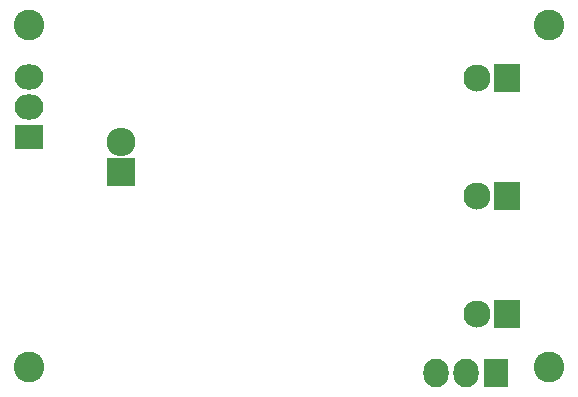
<source format=gbs>
G04 #@! TF.FileFunction,Soldermask,Bot*
%FSLAX46Y46*%
G04 Gerber Fmt 4.6, Leading zero omitted, Abs format (unit mm)*
G04 Created by KiCad (PCBNEW 4.0.1-stable) date 2017/01/05 22:21:53*
%MOMM*%
G01*
G04 APERTURE LIST*
%ADD10C,0.100000*%
%ADD11R,2.300000X2.400000*%
%ADD12C,2.300000*%
%ADD13C,2.600000*%
%ADD14R,2.127200X2.432000*%
%ADD15O,2.127200X2.432000*%
%ADD16R,2.432000X2.432000*%
%ADD17O,2.432000X2.432000*%
%ADD18R,2.432000X2.127200*%
%ADD19O,2.432000X2.127200*%
G04 APERTURE END LIST*
D10*
D11*
X175000000Y-96000000D03*
D12*
X172460000Y-96000000D03*
D11*
X175000000Y-76000000D03*
D12*
X172460000Y-76000000D03*
D11*
X175000000Y-86000000D03*
D12*
X172460000Y-86000000D03*
D13*
X178500000Y-100500000D03*
X178500000Y-71500000D03*
X134500000Y-71500000D03*
X134500000Y-100500000D03*
D14*
X174000000Y-101000000D03*
D15*
X171460000Y-101000000D03*
X168920000Y-101000000D03*
D16*
X142250000Y-84000000D03*
D17*
X142250000Y-81460000D03*
D18*
X134500000Y-81000000D03*
D19*
X134500000Y-78460000D03*
X134500000Y-75920000D03*
M02*

</source>
